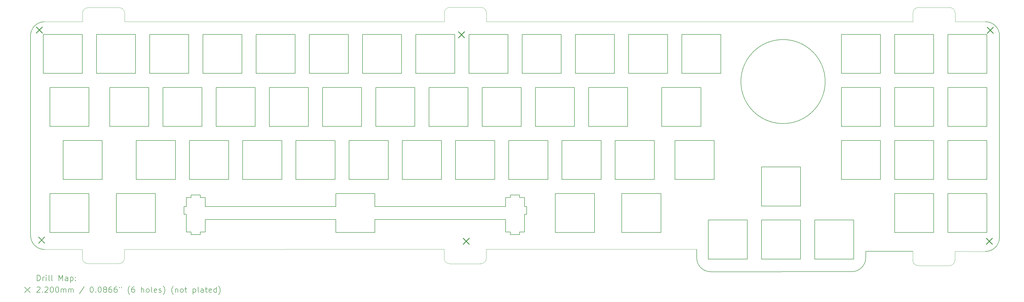
<source format=gbr>
%TF.GenerationSoftware,KiCad,Pcbnew,7.0.1*%
%TF.CreationDate,2023-07-11T18:08:52-07:00*%
%TF.ProjectId,switchplate,73776974-6368-4706-9c61-74652e6b6963,rev?*%
%TF.SameCoordinates,Original*%
%TF.FileFunction,Drillmap*%
%TF.FilePolarity,Positive*%
%FSLAX45Y45*%
G04 Gerber Fmt 4.5, Leading zero omitted, Abs format (unit mm)*
G04 Created by KiCad (PCBNEW 7.0.1) date 2023-07-11 18:08:52*
%MOMM*%
%LPD*%
G01*
G04 APERTURE LIST*
%ADD10C,0.188976*%
%ADD11C,0.200000*%
%ADD12C,0.050000*%
%ADD13C,0.220000*%
G04 APERTURE END LIST*
D10*
X2247600Y-6058901D02*
X847600Y-6058901D01*
X29422598Y-11774001D02*
X29422598Y-13174001D01*
X29422598Y-13174001D02*
X30822598Y-13174001D01*
X31201498Y-5845201D02*
X31220696Y-5879501D01*
X2335100Y-11829000D02*
X2335100Y-11921001D01*
D11*
X20435000Y-13773000D02*
X20435000Y-14082752D01*
D12*
X28177500Y-5606000D02*
X28177500Y-5291000D01*
D10*
X9896299Y-11269001D02*
X11296299Y-11269001D01*
X2752600Y-7459001D02*
X4152600Y-7459001D01*
X11772599Y-7459001D02*
X11772599Y-6058901D01*
X13592599Y-12244000D02*
X8915098Y-12244000D01*
D12*
X-50500Y-14092000D02*
X-50500Y-13784000D01*
X28170000Y-13852000D02*
X28170000Y-14167000D01*
D11*
X-3412189Y-13282979D02*
G75*
G03*
X-2911979Y-13782790I500000J189D01*
G01*
D10*
X30822598Y-9869001D02*
X29422598Y-9869001D01*
X-2993200Y-5612601D02*
X-2954200Y-5608001D01*
X22755096Y-10821501D02*
X22755096Y-12221500D01*
X19183198Y-9364001D02*
X20583198Y-9364001D01*
X14182598Y-7459001D02*
X15582598Y-7459001D01*
X16563798Y-7964001D02*
X16563798Y-9364001D01*
X28917596Y-9869001D02*
X27517596Y-9869001D01*
X2335100Y-13151000D02*
X2335100Y-13249001D01*
X8943699Y-7964001D02*
X8943699Y-9364001D01*
X7991300Y-9869001D02*
X7991300Y-11269001D01*
X-3360500Y-5879501D02*
X-3341300Y-5845201D01*
X2665100Y-11829000D02*
X2335100Y-11829000D01*
X31268997Y-6028201D02*
X31273596Y-6067201D01*
X7486299Y-9869001D02*
X6086299Y-9869001D01*
X4181299Y-11269001D02*
X5581299Y-11269001D01*
X31128698Y-5752901D02*
X31155398Y-5781701D01*
X17754399Y-11774001D02*
X17754399Y-13174001D01*
X13706298Y-9869001D02*
X13706298Y-11269001D01*
D12*
X-1553000Y-5606000D02*
X-1553000Y-5298000D01*
D10*
X-1324300Y-7964001D02*
X-2724300Y-7964001D01*
D12*
X29686500Y-5291000D02*
X29686500Y-5606000D01*
D10*
X22249996Y-12726500D02*
X20850099Y-12726500D01*
X13201298Y-9869001D02*
X11801298Y-9869001D01*
X14658799Y-9364001D02*
X16058799Y-9364001D01*
X1323800Y-9364001D02*
X2723799Y-9364001D01*
X-3268500Y-5752901D02*
X-3239700Y-5726201D01*
X27012597Y-7459001D02*
X27012597Y-6058901D01*
X9896299Y-9869001D02*
X9896299Y-11269001D01*
X15582598Y-6058901D02*
X14182598Y-6058901D01*
X24155096Y-12221500D02*
X24155096Y-10821501D01*
X-3176200Y-5680101D02*
X-3141900Y-5660901D01*
X15106298Y-9869001D02*
X13706298Y-9869001D01*
X6533799Y-7964001D02*
X5133799Y-7964001D01*
X19183198Y-7964001D02*
X19183198Y-9364001D01*
X-343100Y-11774001D02*
X-343100Y-13174001D01*
X8915098Y-12244000D02*
X8915098Y-11774001D01*
X17992599Y-6058901D02*
X17992599Y-7459001D01*
X17516299Y-11269001D02*
X18916299Y-11269001D01*
X14095098Y-11829000D02*
X13765098Y-11829000D01*
X30822598Y-7459001D02*
X30822598Y-6058901D01*
X14095098Y-13151000D02*
X14267599Y-13151000D01*
X4152600Y-6058901D02*
X2752600Y-6058901D01*
X13592599Y-11921001D02*
X13592599Y-12244000D01*
D12*
X11600500Y-5087000D02*
X12709500Y-5087000D01*
D10*
X371300Y-11269001D02*
X1771300Y-11269001D01*
X11801298Y-9869001D02*
X11801298Y-11269001D01*
X19897599Y-7459001D02*
X21297599Y-7459001D01*
X6057599Y-6058901D02*
X4657599Y-6058901D01*
X4657599Y-6058901D02*
X4657599Y-7459001D01*
X26060098Y-12726500D02*
X24660098Y-12726500D01*
X2665100Y-11921001D02*
X2665100Y-11829000D01*
X5581299Y-9869001D02*
X4181299Y-9869001D01*
X20850099Y-14126500D02*
X22249996Y-14126500D01*
X22755096Y-12221500D02*
X24155096Y-12221500D01*
X16563798Y-9364001D02*
X17963798Y-9364001D01*
X7515100Y-12704000D02*
X7515100Y-13174001D01*
X847600Y-7459001D02*
X2247600Y-7459001D01*
X31250698Y-5951901D02*
X31261297Y-5989701D01*
X12753799Y-7964001D02*
X12753799Y-9364001D01*
X11772599Y-6058901D02*
X10372599Y-6058901D01*
X12248799Y-7964001D02*
X10848799Y-7964001D01*
X31237097Y-5915101D02*
X31250698Y-5951901D01*
X27517596Y-9869001D02*
X27517596Y-11269001D01*
X31220696Y-5879501D02*
X31237097Y-5915101D01*
X2335100Y-11921001D02*
X2162600Y-11921001D01*
X29422598Y-7459001D02*
X30822598Y-7459001D01*
D12*
X-1559500Y-13784000D02*
X-2911979Y-13782790D01*
D10*
X18916299Y-9869001D02*
X17516299Y-9869001D01*
X-1324300Y-13174001D02*
X-1324300Y-11774001D01*
D12*
X12902500Y-14096000D02*
X12902500Y-13777000D01*
D10*
X2080000Y-12524001D02*
X2162600Y-12524001D01*
X14153799Y-7964001D02*
X12753799Y-7964001D01*
X27517596Y-7459001D02*
X28917596Y-7459001D01*
X-3106300Y-5644501D02*
X-3069500Y-5630901D01*
D11*
X20935248Y-14582752D02*
X25987248Y-14580248D01*
D10*
X-2724300Y-11774001D02*
X-2724300Y-13174001D01*
X25612597Y-6058901D02*
X25612597Y-7459001D01*
X818800Y-7964001D02*
X-581200Y-7964001D01*
X6562499Y-6058901D02*
X6562499Y-7459001D01*
X28917596Y-7459001D02*
X28917596Y-6058901D01*
X1056900Y-13174001D02*
X1056900Y-11774001D01*
X2723799Y-7964001D02*
X1323800Y-7964001D01*
X-3208800Y-5701901D02*
X-3176200Y-5680101D01*
X14153799Y-9364001D02*
X14153799Y-7964001D01*
X30822598Y-11269001D02*
X30822598Y-9869001D01*
X14350099Y-12524001D02*
X14350099Y-12244000D01*
X-3295200Y-5781701D02*
X-3268500Y-5752901D01*
X-2248100Y-11269001D02*
X-848100Y-11269001D01*
X16058799Y-9364001D02*
X16058799Y-7964001D01*
X5581299Y-11269001D02*
X5581299Y-9869001D01*
X14267599Y-12524001D02*
X14350099Y-12524001D01*
X-343100Y-13174001D02*
X1056900Y-13174001D01*
D12*
X-2914900Y-5606401D02*
X-1553000Y-5606000D01*
D10*
X5133799Y-7964001D02*
X5133799Y-9364001D01*
D12*
X-1559500Y-13784000D02*
X-1559500Y-14092000D01*
D10*
X19659399Y-9869001D02*
X19659399Y-11269001D01*
X3228800Y-7964001D02*
X3228800Y-9364001D01*
D12*
X-1359500Y-14292000D02*
X-250500Y-14292000D01*
D10*
X4152600Y-7459001D02*
X4152600Y-6058901D01*
X30929696Y-5630901D02*
X30966497Y-5644501D01*
X13765098Y-11921001D02*
X13592599Y-11921001D01*
X3228800Y-9364001D02*
X4628800Y-9364001D01*
X-1324300Y-11774001D02*
X-2724300Y-11774001D01*
X31261297Y-5989701D02*
X31268997Y-6028201D01*
X14267599Y-11921001D02*
X14095098Y-11921001D01*
D11*
X31273603Y-13353894D02*
X31275097Y-6106501D01*
D10*
X9391299Y-9869001D02*
X7991300Y-9869001D01*
X31002096Y-5660901D02*
X31036398Y-5680101D01*
D11*
X25987248Y-14580250D02*
G75*
G03*
X26487000Y-14080248I-248J500000D01*
G01*
D10*
X-1562400Y-7459001D02*
X-1562400Y-6058901D01*
X-848100Y-9869001D02*
X-2248100Y-9869001D01*
X6086299Y-9869001D02*
X6086299Y-11269001D01*
D12*
X11393500Y-13777000D02*
X11393500Y-14096000D01*
D10*
X-3069500Y-5630901D02*
X-3031700Y-5620301D01*
X25612597Y-7459001D02*
X27012597Y-7459001D01*
X11296299Y-11269001D02*
X11296299Y-9869001D01*
X9867599Y-7459001D02*
X9867599Y-6058901D01*
X2837599Y-12244000D02*
X2837599Y-11921001D01*
X31099896Y-5726201D02*
X31128698Y-5752901D01*
X16087599Y-6058901D02*
X16087599Y-7459001D01*
X2162600Y-12524001D02*
X2162600Y-13151000D01*
X15611299Y-11269001D02*
X17011299Y-11269001D01*
D12*
X11593500Y-14296000D02*
X12702500Y-14296000D01*
D10*
X28917596Y-13174001D02*
X28917596Y-11774001D01*
X10848799Y-9364001D02*
X12248799Y-9364001D01*
X7962499Y-6058901D02*
X6562499Y-6058901D01*
X-3413400Y-6067201D02*
X-3408800Y-6028201D01*
X21059399Y-11269001D02*
X21059399Y-9869001D01*
X-2962500Y-7459001D02*
X-1562400Y-7459001D01*
X2335100Y-13249001D02*
X2665100Y-13249001D01*
X13706298Y-11269001D02*
X15106298Y-11269001D01*
X11801298Y-11269001D02*
X13201298Y-11269001D01*
D12*
X-1559500Y-14092000D02*
G75*
G03*
X-1359500Y-14292000I200000J0D01*
G01*
D10*
X818800Y-9364001D02*
X818800Y-7964001D01*
X27012597Y-6058901D02*
X25612597Y-6058901D01*
X28917596Y-6058901D02*
X27517596Y-6058901D01*
X5133799Y-9364001D02*
X6533799Y-9364001D01*
X19659399Y-11269001D02*
X21059399Y-11269001D01*
X30775198Y-5606501D02*
X30814398Y-5608001D01*
X4628800Y-7964001D02*
X3228800Y-7964001D01*
X4181299Y-9869001D02*
X4181299Y-11269001D01*
X17516299Y-9869001D02*
X17516299Y-11269001D01*
X29422598Y-11269001D02*
X30822598Y-11269001D01*
X15373199Y-13174001D02*
X16773199Y-13174001D01*
X2162600Y-11921001D02*
X2162600Y-12244000D01*
X22755096Y-12726500D02*
X22755096Y-14126500D01*
X27517596Y-11774001D02*
X27517596Y-13174001D01*
X16773199Y-13174001D02*
X16773199Y-11774001D01*
X22755096Y-14126500D02*
X24155096Y-14126500D01*
D12*
X29479000Y-14367000D02*
G75*
G03*
X29679000Y-14167000I0J200000D01*
G01*
D10*
X15582598Y-7459001D02*
X15582598Y-6058901D01*
X-1057400Y-6058901D02*
X-1057400Y-7459001D01*
X-2724300Y-7964001D02*
X-2724300Y-9364001D01*
X27012597Y-9364001D02*
X27012597Y-7964001D01*
X-3408800Y-6028201D02*
X-3401100Y-5989701D01*
X7515100Y-12244000D02*
X2837599Y-12244000D01*
X2665100Y-13151000D02*
X2837599Y-13151000D01*
D12*
X20435000Y-13773000D02*
X12902500Y-13777000D01*
D10*
X7962499Y-7459001D02*
X7962499Y-6058901D01*
X7991300Y-11269001D02*
X9391299Y-11269001D01*
X30822598Y-9364001D02*
X30822598Y-7964001D01*
X28917596Y-7964001D02*
X27517596Y-7964001D01*
X21297599Y-6058901D02*
X19897599Y-6058901D01*
X15373199Y-11774001D02*
X15373199Y-13174001D01*
X7486299Y-11269001D02*
X7486299Y-9869001D01*
X24155096Y-14126500D02*
X24155096Y-12726500D01*
D12*
X-1353000Y-5098000D02*
X-244000Y-5098000D01*
D10*
X12277598Y-6058901D02*
X12277598Y-7459001D01*
X7515100Y-11774001D02*
X7515100Y-12244000D01*
X342600Y-6058901D02*
X-1057400Y-6058901D01*
X-3341300Y-5845201D02*
X-3319500Y-5812601D01*
D12*
X28170000Y-14167000D02*
G75*
G03*
X28370000Y-14367000I200000J0D01*
G01*
D10*
X31036398Y-5680101D02*
X31068997Y-5701901D01*
X-2724300Y-13174001D02*
X-1324300Y-13174001D01*
X11296299Y-9869001D02*
X9896299Y-9869001D01*
X27517596Y-9364001D02*
X28917596Y-9364001D01*
X7038799Y-9364001D02*
X8438800Y-9364001D01*
X10848799Y-7964001D02*
X10848799Y-9364001D01*
X24155096Y-10821501D02*
X22755096Y-10821501D01*
X27517596Y-7964001D02*
X27517596Y-9364001D01*
X2837599Y-13151000D02*
X2837599Y-12704000D01*
D12*
X11600500Y-5087000D02*
G75*
G03*
X11400500Y-5287000I0J-200000D01*
G01*
D10*
X21059399Y-9869001D02*
X19659399Y-9869001D01*
X10372599Y-6058901D02*
X10372599Y-7459001D01*
X22249996Y-14126500D02*
X22249996Y-12726500D01*
X31155398Y-5781701D02*
X31179696Y-5812601D01*
X847600Y-6058901D02*
X847600Y-7459001D01*
X3676299Y-9869001D02*
X2276300Y-9869001D01*
X19897599Y-6058901D02*
X19897599Y-7459001D01*
X8438800Y-7964001D02*
X7038799Y-7964001D01*
D12*
X29686500Y-5606000D02*
X30775198Y-5606501D01*
D10*
X-1057400Y-7459001D02*
X342600Y-7459001D01*
X-2954200Y-5608001D02*
X-2914900Y-5606401D01*
X12277598Y-7459001D02*
X13677598Y-7459001D01*
X13201298Y-11269001D02*
X13201298Y-9869001D01*
D12*
X-250500Y-14292000D02*
G75*
G03*
X-50500Y-14092000I0J200000D01*
G01*
D10*
X-2724300Y-9364001D02*
X-1324300Y-9364001D01*
X27012597Y-11269001D02*
X27012597Y-9869001D01*
X2752600Y-6058901D02*
X2752600Y-7459001D01*
D12*
X-44000Y-5606000D02*
X11400500Y-5606000D01*
D11*
X26487000Y-13852000D02*
X28170000Y-13852000D01*
D10*
X17992599Y-7459001D02*
X19392599Y-7459001D01*
D12*
X11400500Y-5606000D02*
X11400500Y-5287000D01*
X12909500Y-5287000D02*
X12909500Y-5606000D01*
D10*
X13765098Y-13151000D02*
X13765098Y-13249001D01*
X27517596Y-6058901D02*
X27517596Y-7459001D01*
X342600Y-7459001D02*
X342600Y-6058901D01*
X19392599Y-6058901D02*
X17992599Y-6058901D01*
X17011299Y-11269001D02*
X17011299Y-9869001D01*
X2162600Y-12244000D02*
X2080000Y-12244000D01*
X10343798Y-9364001D02*
X10343798Y-7964001D01*
X4628800Y-9364001D02*
X4628800Y-7964001D01*
X-581200Y-7964001D02*
X-581200Y-9364001D01*
D11*
X-3412189Y-13282979D02*
X-3414900Y-6106501D01*
D12*
X28370000Y-14367000D02*
X29479000Y-14367000D01*
D10*
X13677598Y-6058901D02*
X12277598Y-6058901D01*
X17487599Y-7459001D02*
X17487599Y-6058901D01*
D12*
X-1353000Y-5098000D02*
G75*
G03*
X-1553000Y-5298000I0J-200000D01*
G01*
D10*
X-1324300Y-9364001D02*
X-1324300Y-7964001D01*
X13592599Y-12704000D02*
X13592599Y-13151000D01*
X16773199Y-11774001D02*
X15373199Y-11774001D01*
D11*
X30773394Y-13853793D02*
G75*
G03*
X31273603Y-13353894I206J500003D01*
G01*
D10*
X14658799Y-7964001D02*
X14658799Y-9364001D01*
X14267599Y-13151000D02*
X14267599Y-12524001D01*
X20583198Y-9364001D02*
X20583198Y-7964001D01*
X2665100Y-13249001D02*
X2665100Y-13151000D01*
X19154399Y-11774001D02*
X17754399Y-11774001D01*
X27517596Y-13174001D02*
X28917596Y-13174001D01*
D12*
X12909500Y-5606000D02*
X28177500Y-5606000D01*
D10*
X13592599Y-13151000D02*
X13765098Y-13151000D01*
X2276300Y-11269001D02*
X3676299Y-11269001D01*
X25612597Y-9869001D02*
X25612597Y-11269001D01*
X12753799Y-9364001D02*
X14153799Y-9364001D01*
X27012597Y-9869001D02*
X25612597Y-9869001D01*
X18916299Y-11269001D02*
X18916299Y-9869001D01*
X6562499Y-7459001D02*
X7962499Y-7459001D01*
X-2248100Y-9869001D02*
X-2248100Y-11269001D01*
X17487599Y-6058901D02*
X16087599Y-6058901D01*
X2837599Y-12704000D02*
X7515100Y-12704000D01*
X28917596Y-9364001D02*
X28917596Y-7964001D01*
X16058799Y-7964001D02*
X14658799Y-7964001D01*
X10372599Y-7459001D02*
X11772599Y-7459001D01*
D11*
X25034767Y-7753000D02*
G75*
G03*
X25034767Y-7753000I-1508767J0D01*
G01*
D10*
X-581200Y-9364001D02*
X818800Y-9364001D01*
X15106298Y-11269001D02*
X15106298Y-9869001D01*
X-3141900Y-5660901D02*
X-3106300Y-5644501D01*
X2162600Y-13151000D02*
X2335100Y-13151000D01*
X8438800Y-9364001D02*
X8438800Y-7964001D01*
X25612597Y-7964001D02*
X25612597Y-9364001D01*
X9867599Y-6058901D02*
X8467499Y-6058901D01*
X15611299Y-9869001D02*
X15611299Y-11269001D01*
X7038799Y-7964001D02*
X7038799Y-9364001D01*
X30822598Y-13174001D02*
X30822598Y-11774001D01*
X29422598Y-6058901D02*
X29422598Y-7459001D01*
X24155096Y-12726500D02*
X22755096Y-12726500D01*
D12*
X-44000Y-5606000D02*
X-44000Y-5298000D01*
D10*
X26060098Y-14126500D02*
X26060098Y-12726500D01*
X2247600Y-7459001D02*
X2247600Y-6058901D01*
X12248799Y-9364001D02*
X12248799Y-7964001D01*
X-3390500Y-5951901D02*
X-3376900Y-5915101D01*
X30966497Y-5644501D02*
X31002096Y-5660901D01*
D12*
X11393500Y-14096000D02*
G75*
G03*
X11593500Y-14296000I200000J0D01*
G01*
D10*
X31273596Y-6067201D02*
X31275097Y-6106501D01*
X21297599Y-7459001D02*
X21297599Y-6058901D01*
X-1562400Y-6058901D02*
X-2962500Y-6058901D01*
X371300Y-9869001D02*
X371300Y-11269001D01*
X6533799Y-9364001D02*
X6533799Y-7964001D01*
X28917596Y-11269001D02*
X28917596Y-9869001D01*
X27517596Y-11269001D02*
X28917596Y-11269001D01*
X8915098Y-13174001D02*
X8915098Y-12704000D01*
X29422598Y-7964001D02*
X29422598Y-9364001D01*
D11*
X26487000Y-14080248D02*
X26487000Y-13852000D01*
D10*
X8467499Y-7459001D02*
X9867599Y-7459001D01*
X14182598Y-6058901D02*
X14182598Y-7459001D01*
X2080000Y-12244000D02*
X2080000Y-12524001D01*
X30891897Y-5620301D02*
X30929696Y-5630901D01*
X17963798Y-7964001D02*
X16563798Y-7964001D01*
D12*
X12702500Y-14296000D02*
G75*
G03*
X12902500Y-14096000I0J200000D01*
G01*
D10*
X30822598Y-11774001D02*
X29422598Y-11774001D01*
X1323800Y-7964001D02*
X1323800Y-9364001D01*
X2837599Y-11921001D02*
X2665100Y-11921001D01*
D12*
X30773394Y-13853791D02*
X29679000Y-13852000D01*
X11393500Y-13777000D02*
X-50500Y-13784000D01*
D10*
X14350099Y-12244000D02*
X14267599Y-12244000D01*
X1056900Y-11774001D02*
X-343100Y-11774001D01*
X13765098Y-11829000D02*
X13765098Y-11921001D01*
D11*
X20434998Y-14082752D02*
G75*
G03*
X20935248Y-14582752I500002J2D01*
G01*
D10*
X8915098Y-11774001D02*
X7515100Y-11774001D01*
X30814398Y-5608001D02*
X30853396Y-5612601D01*
X17754399Y-13174001D02*
X19154399Y-13174001D01*
X2723799Y-9364001D02*
X2723799Y-7964001D01*
X17963798Y-9364001D02*
X17963798Y-7964001D01*
X20850099Y-12726500D02*
X20850099Y-14126500D01*
X19392599Y-7459001D02*
X19392599Y-6058901D01*
X30853396Y-5612601D02*
X30891897Y-5620301D01*
X25612597Y-9364001D02*
X27012597Y-9364001D01*
X8915098Y-12704000D02*
X13592599Y-12704000D01*
X14095098Y-11921001D02*
X14095098Y-11829000D01*
X19154399Y-13174001D02*
X19154399Y-11774001D01*
X31068997Y-5701901D02*
X31099896Y-5726201D01*
X-3031700Y-5620301D02*
X-2993200Y-5612601D01*
D12*
X29486500Y-5091000D02*
X28377500Y-5091000D01*
D10*
X30822598Y-6058901D02*
X29422598Y-6058901D01*
X4657599Y-7459001D02*
X6057599Y-7459001D01*
X-3376900Y-5915101D02*
X-3360500Y-5879501D01*
D12*
X29679000Y-14167000D02*
X29679000Y-13852000D01*
D10*
X-2962500Y-6058901D02*
X-2962500Y-7459001D01*
X14267599Y-12244000D02*
X14267599Y-11921001D01*
X6057599Y-7459001D02*
X6057599Y-6058901D01*
X9391299Y-11269001D02*
X9391299Y-9869001D01*
X-3239700Y-5726201D02*
X-3208800Y-5701901D01*
X-3414900Y-6106501D02*
X-3413400Y-6067201D01*
X27012597Y-7964001D02*
X25612597Y-7964001D01*
X16087599Y-7459001D02*
X17487599Y-7459001D01*
X29422598Y-9364001D02*
X30822598Y-9364001D01*
D12*
X-44000Y-5298000D02*
G75*
G03*
X-244000Y-5098000I-200000J0D01*
G01*
D10*
X14095098Y-13249001D02*
X14095098Y-13151000D01*
X8467499Y-6058901D02*
X8467499Y-7459001D01*
X7515100Y-13174001D02*
X8915098Y-13174001D01*
X29422598Y-9869001D02*
X29422598Y-11269001D01*
X-848100Y-11269001D02*
X-848100Y-9869001D01*
X2276300Y-9869001D02*
X2276300Y-11269001D01*
X10343798Y-7964001D02*
X8943699Y-7964001D01*
X13677598Y-7459001D02*
X13677598Y-6058901D01*
X25612597Y-11269001D02*
X27012597Y-11269001D01*
X24660098Y-14126500D02*
X26060098Y-14126500D01*
D12*
X28377500Y-5091000D02*
G75*
G03*
X28177500Y-5291000I0J-200000D01*
G01*
D10*
X13765098Y-13249001D02*
X14095098Y-13249001D01*
X1771300Y-11269001D02*
X1771300Y-9869001D01*
X-3319500Y-5812601D02*
X-3295200Y-5781701D01*
D12*
X29686500Y-5291000D02*
G75*
G03*
X29486500Y-5091000I-200000J0D01*
G01*
X12909500Y-5287000D02*
G75*
G03*
X12709500Y-5087000I-200000J0D01*
G01*
D10*
X17011299Y-9869001D02*
X15611299Y-9869001D01*
X20583198Y-7964001D02*
X19183198Y-7964001D01*
X1771300Y-9869001D02*
X371300Y-9869001D01*
X30822598Y-7964001D02*
X29422598Y-7964001D01*
X8943699Y-9364001D02*
X10343798Y-9364001D01*
X24660098Y-12726500D02*
X24660098Y-14126500D01*
X31179696Y-5812601D02*
X31201498Y-5845201D01*
X-3401100Y-5989701D02*
X-3390500Y-5951901D01*
X6086299Y-11269001D02*
X7486299Y-11269001D01*
X3676299Y-11269001D02*
X3676299Y-9869001D01*
X28917596Y-11774001D02*
X27517596Y-11774001D01*
D11*
D13*
X-3213000Y-5788000D02*
X-2993000Y-6008000D01*
X-2993000Y-5788000D02*
X-3213000Y-6008000D01*
X-3132000Y-13336000D02*
X-2912000Y-13556000D01*
X-2912000Y-13336000D02*
X-3132000Y-13556000D01*
X11900250Y-5955000D02*
X12120250Y-6175000D01*
X12120250Y-5955000D02*
X11900250Y-6175000D01*
X12067000Y-13377000D02*
X12287000Y-13597000D01*
X12287000Y-13377000D02*
X12067000Y-13597000D01*
X30802000Y-13372000D02*
X31022000Y-13592000D01*
X31022000Y-13372000D02*
X30802000Y-13592000D01*
X30835000Y-5797000D02*
X31055000Y-6017000D01*
X31055000Y-5797000D02*
X30835000Y-6017000D01*
D11*
X-3177281Y-14905276D02*
X-3177281Y-14705276D01*
X-3177281Y-14705276D02*
X-3129662Y-14705276D01*
X-3129662Y-14705276D02*
X-3101090Y-14714800D01*
X-3101090Y-14714800D02*
X-3082043Y-14733847D01*
X-3082043Y-14733847D02*
X-3072519Y-14752895D01*
X-3072519Y-14752895D02*
X-3062995Y-14790990D01*
X-3062995Y-14790990D02*
X-3062995Y-14819562D01*
X-3062995Y-14819562D02*
X-3072519Y-14857657D01*
X-3072519Y-14857657D02*
X-3082043Y-14876704D01*
X-3082043Y-14876704D02*
X-3101090Y-14895752D01*
X-3101090Y-14895752D02*
X-3129662Y-14905276D01*
X-3129662Y-14905276D02*
X-3177281Y-14905276D01*
X-2977281Y-14905276D02*
X-2977281Y-14771943D01*
X-2977281Y-14810038D02*
X-2967757Y-14790990D01*
X-2967757Y-14790990D02*
X-2958233Y-14781466D01*
X-2958233Y-14781466D02*
X-2939186Y-14771943D01*
X-2939186Y-14771943D02*
X-2920138Y-14771943D01*
X-2853471Y-14905276D02*
X-2853471Y-14771943D01*
X-2853471Y-14705276D02*
X-2862995Y-14714800D01*
X-2862995Y-14714800D02*
X-2853471Y-14724324D01*
X-2853471Y-14724324D02*
X-2843948Y-14714800D01*
X-2843948Y-14714800D02*
X-2853471Y-14705276D01*
X-2853471Y-14705276D02*
X-2853471Y-14724324D01*
X-2729662Y-14905276D02*
X-2748710Y-14895752D01*
X-2748710Y-14895752D02*
X-2758233Y-14876704D01*
X-2758233Y-14876704D02*
X-2758233Y-14705276D01*
X-2624900Y-14905276D02*
X-2643948Y-14895752D01*
X-2643948Y-14895752D02*
X-2653471Y-14876704D01*
X-2653471Y-14876704D02*
X-2653471Y-14705276D01*
X-2396329Y-14905276D02*
X-2396329Y-14705276D01*
X-2396329Y-14705276D02*
X-2329662Y-14848133D01*
X-2329662Y-14848133D02*
X-2262995Y-14705276D01*
X-2262995Y-14705276D02*
X-2262995Y-14905276D01*
X-2082043Y-14905276D02*
X-2082043Y-14800514D01*
X-2082043Y-14800514D02*
X-2091567Y-14781466D01*
X-2091567Y-14781466D02*
X-2110614Y-14771943D01*
X-2110614Y-14771943D02*
X-2148710Y-14771943D01*
X-2148710Y-14771943D02*
X-2167757Y-14781466D01*
X-2082043Y-14895752D02*
X-2101090Y-14905276D01*
X-2101090Y-14905276D02*
X-2148710Y-14905276D01*
X-2148710Y-14905276D02*
X-2167757Y-14895752D01*
X-2167757Y-14895752D02*
X-2177281Y-14876704D01*
X-2177281Y-14876704D02*
X-2177281Y-14857657D01*
X-2177281Y-14857657D02*
X-2167757Y-14838609D01*
X-2167757Y-14838609D02*
X-2148710Y-14829085D01*
X-2148710Y-14829085D02*
X-2101090Y-14829085D01*
X-2101090Y-14829085D02*
X-2082043Y-14819562D01*
X-1986805Y-14771943D02*
X-1986805Y-14971943D01*
X-1986805Y-14781466D02*
X-1967757Y-14771943D01*
X-1967757Y-14771943D02*
X-1929662Y-14771943D01*
X-1929662Y-14771943D02*
X-1910614Y-14781466D01*
X-1910614Y-14781466D02*
X-1901090Y-14790990D01*
X-1901090Y-14790990D02*
X-1891567Y-14810038D01*
X-1891567Y-14810038D02*
X-1891567Y-14867181D01*
X-1891567Y-14867181D02*
X-1901090Y-14886228D01*
X-1901090Y-14886228D02*
X-1910614Y-14895752D01*
X-1910614Y-14895752D02*
X-1929662Y-14905276D01*
X-1929662Y-14905276D02*
X-1967757Y-14905276D01*
X-1967757Y-14905276D02*
X-1986805Y-14895752D01*
X-1805852Y-14886228D02*
X-1796328Y-14895752D01*
X-1796328Y-14895752D02*
X-1805852Y-14905276D01*
X-1805852Y-14905276D02*
X-1815376Y-14895752D01*
X-1815376Y-14895752D02*
X-1805852Y-14886228D01*
X-1805852Y-14886228D02*
X-1805852Y-14905276D01*
X-1805852Y-14781466D02*
X-1796328Y-14790990D01*
X-1796328Y-14790990D02*
X-1805852Y-14800514D01*
X-1805852Y-14800514D02*
X-1815376Y-14790990D01*
X-1815376Y-14790990D02*
X-1805852Y-14781466D01*
X-1805852Y-14781466D02*
X-1805852Y-14800514D01*
X-3624900Y-15132752D02*
X-3424900Y-15332752D01*
X-3424900Y-15132752D02*
X-3624900Y-15332752D01*
X-3186805Y-15144324D02*
X-3177281Y-15134800D01*
X-3177281Y-15134800D02*
X-3158233Y-15125276D01*
X-3158233Y-15125276D02*
X-3110614Y-15125276D01*
X-3110614Y-15125276D02*
X-3091567Y-15134800D01*
X-3091567Y-15134800D02*
X-3082043Y-15144324D01*
X-3082043Y-15144324D02*
X-3072519Y-15163371D01*
X-3072519Y-15163371D02*
X-3072519Y-15182419D01*
X-3072519Y-15182419D02*
X-3082043Y-15210990D01*
X-3082043Y-15210990D02*
X-3196328Y-15325276D01*
X-3196328Y-15325276D02*
X-3072519Y-15325276D01*
X-2986805Y-15306228D02*
X-2977281Y-15315752D01*
X-2977281Y-15315752D02*
X-2986805Y-15325276D01*
X-2986805Y-15325276D02*
X-2996328Y-15315752D01*
X-2996328Y-15315752D02*
X-2986805Y-15306228D01*
X-2986805Y-15306228D02*
X-2986805Y-15325276D01*
X-2901090Y-15144324D02*
X-2891567Y-15134800D01*
X-2891567Y-15134800D02*
X-2872519Y-15125276D01*
X-2872519Y-15125276D02*
X-2824900Y-15125276D01*
X-2824900Y-15125276D02*
X-2805852Y-15134800D01*
X-2805852Y-15134800D02*
X-2796328Y-15144324D01*
X-2796328Y-15144324D02*
X-2786805Y-15163371D01*
X-2786805Y-15163371D02*
X-2786805Y-15182419D01*
X-2786805Y-15182419D02*
X-2796328Y-15210990D01*
X-2796328Y-15210990D02*
X-2910614Y-15325276D01*
X-2910614Y-15325276D02*
X-2786805Y-15325276D01*
X-2662995Y-15125276D02*
X-2643948Y-15125276D01*
X-2643948Y-15125276D02*
X-2624900Y-15134800D01*
X-2624900Y-15134800D02*
X-2615376Y-15144324D01*
X-2615376Y-15144324D02*
X-2605852Y-15163371D01*
X-2605852Y-15163371D02*
X-2596329Y-15201466D01*
X-2596329Y-15201466D02*
X-2596329Y-15249085D01*
X-2596329Y-15249085D02*
X-2605852Y-15287181D01*
X-2605852Y-15287181D02*
X-2615376Y-15306228D01*
X-2615376Y-15306228D02*
X-2624900Y-15315752D01*
X-2624900Y-15315752D02*
X-2643948Y-15325276D01*
X-2643948Y-15325276D02*
X-2662995Y-15325276D01*
X-2662995Y-15325276D02*
X-2682043Y-15315752D01*
X-2682043Y-15315752D02*
X-2691567Y-15306228D01*
X-2691567Y-15306228D02*
X-2701090Y-15287181D01*
X-2701090Y-15287181D02*
X-2710614Y-15249085D01*
X-2710614Y-15249085D02*
X-2710614Y-15201466D01*
X-2710614Y-15201466D02*
X-2701090Y-15163371D01*
X-2701090Y-15163371D02*
X-2691567Y-15144324D01*
X-2691567Y-15144324D02*
X-2682043Y-15134800D01*
X-2682043Y-15134800D02*
X-2662995Y-15125276D01*
X-2472519Y-15125276D02*
X-2453471Y-15125276D01*
X-2453471Y-15125276D02*
X-2434424Y-15134800D01*
X-2434424Y-15134800D02*
X-2424900Y-15144324D01*
X-2424900Y-15144324D02*
X-2415376Y-15163371D01*
X-2415376Y-15163371D02*
X-2405852Y-15201466D01*
X-2405852Y-15201466D02*
X-2405852Y-15249085D01*
X-2405852Y-15249085D02*
X-2415376Y-15287181D01*
X-2415376Y-15287181D02*
X-2424900Y-15306228D01*
X-2424900Y-15306228D02*
X-2434424Y-15315752D01*
X-2434424Y-15315752D02*
X-2453471Y-15325276D01*
X-2453471Y-15325276D02*
X-2472519Y-15325276D01*
X-2472519Y-15325276D02*
X-2491567Y-15315752D01*
X-2491567Y-15315752D02*
X-2501090Y-15306228D01*
X-2501090Y-15306228D02*
X-2510614Y-15287181D01*
X-2510614Y-15287181D02*
X-2520138Y-15249085D01*
X-2520138Y-15249085D02*
X-2520138Y-15201466D01*
X-2520138Y-15201466D02*
X-2510614Y-15163371D01*
X-2510614Y-15163371D02*
X-2501090Y-15144324D01*
X-2501090Y-15144324D02*
X-2491567Y-15134800D01*
X-2491567Y-15134800D02*
X-2472519Y-15125276D01*
X-2320138Y-15325276D02*
X-2320138Y-15191943D01*
X-2320138Y-15210990D02*
X-2310614Y-15201466D01*
X-2310614Y-15201466D02*
X-2291567Y-15191943D01*
X-2291567Y-15191943D02*
X-2262995Y-15191943D01*
X-2262995Y-15191943D02*
X-2243948Y-15201466D01*
X-2243948Y-15201466D02*
X-2234424Y-15220514D01*
X-2234424Y-15220514D02*
X-2234424Y-15325276D01*
X-2234424Y-15220514D02*
X-2224900Y-15201466D01*
X-2224900Y-15201466D02*
X-2205852Y-15191943D01*
X-2205852Y-15191943D02*
X-2177281Y-15191943D01*
X-2177281Y-15191943D02*
X-2158233Y-15201466D01*
X-2158233Y-15201466D02*
X-2148709Y-15220514D01*
X-2148709Y-15220514D02*
X-2148709Y-15325276D01*
X-2053471Y-15325276D02*
X-2053471Y-15191943D01*
X-2053471Y-15210990D02*
X-2043947Y-15201466D01*
X-2043947Y-15201466D02*
X-2024900Y-15191943D01*
X-2024900Y-15191943D02*
X-1996328Y-15191943D01*
X-1996328Y-15191943D02*
X-1977281Y-15201466D01*
X-1977281Y-15201466D02*
X-1967757Y-15220514D01*
X-1967757Y-15220514D02*
X-1967757Y-15325276D01*
X-1967757Y-15220514D02*
X-1958233Y-15201466D01*
X-1958233Y-15201466D02*
X-1939186Y-15191943D01*
X-1939186Y-15191943D02*
X-1910614Y-15191943D01*
X-1910614Y-15191943D02*
X-1891566Y-15201466D01*
X-1891566Y-15201466D02*
X-1882043Y-15220514D01*
X-1882043Y-15220514D02*
X-1882043Y-15325276D01*
X-1491566Y-15115752D02*
X-1662995Y-15372895D01*
X-1234424Y-15125276D02*
X-1215376Y-15125276D01*
X-1215376Y-15125276D02*
X-1196328Y-15134800D01*
X-1196328Y-15134800D02*
X-1186805Y-15144324D01*
X-1186805Y-15144324D02*
X-1177281Y-15163371D01*
X-1177281Y-15163371D02*
X-1167757Y-15201466D01*
X-1167757Y-15201466D02*
X-1167757Y-15249085D01*
X-1167757Y-15249085D02*
X-1177281Y-15287181D01*
X-1177281Y-15287181D02*
X-1186805Y-15306228D01*
X-1186805Y-15306228D02*
X-1196328Y-15315752D01*
X-1196328Y-15315752D02*
X-1215376Y-15325276D01*
X-1215376Y-15325276D02*
X-1234424Y-15325276D01*
X-1234424Y-15325276D02*
X-1253471Y-15315752D01*
X-1253471Y-15315752D02*
X-1262995Y-15306228D01*
X-1262995Y-15306228D02*
X-1272519Y-15287181D01*
X-1272519Y-15287181D02*
X-1282043Y-15249085D01*
X-1282043Y-15249085D02*
X-1282043Y-15201466D01*
X-1282043Y-15201466D02*
X-1272519Y-15163371D01*
X-1272519Y-15163371D02*
X-1262995Y-15144324D01*
X-1262995Y-15144324D02*
X-1253471Y-15134800D01*
X-1253471Y-15134800D02*
X-1234424Y-15125276D01*
X-1082043Y-15306228D02*
X-1072519Y-15315752D01*
X-1072519Y-15315752D02*
X-1082043Y-15325276D01*
X-1082043Y-15325276D02*
X-1091566Y-15315752D01*
X-1091566Y-15315752D02*
X-1082043Y-15306228D01*
X-1082043Y-15306228D02*
X-1082043Y-15325276D01*
X-948709Y-15125276D02*
X-929662Y-15125276D01*
X-929662Y-15125276D02*
X-910614Y-15134800D01*
X-910614Y-15134800D02*
X-901090Y-15144324D01*
X-901090Y-15144324D02*
X-891566Y-15163371D01*
X-891566Y-15163371D02*
X-882043Y-15201466D01*
X-882043Y-15201466D02*
X-882043Y-15249085D01*
X-882043Y-15249085D02*
X-891566Y-15287181D01*
X-891566Y-15287181D02*
X-901090Y-15306228D01*
X-901090Y-15306228D02*
X-910614Y-15315752D01*
X-910614Y-15315752D02*
X-929662Y-15325276D01*
X-929662Y-15325276D02*
X-948709Y-15325276D01*
X-948709Y-15325276D02*
X-967757Y-15315752D01*
X-967757Y-15315752D02*
X-977281Y-15306228D01*
X-977281Y-15306228D02*
X-986804Y-15287181D01*
X-986804Y-15287181D02*
X-996328Y-15249085D01*
X-996328Y-15249085D02*
X-996328Y-15201466D01*
X-996328Y-15201466D02*
X-986804Y-15163371D01*
X-986804Y-15163371D02*
X-977281Y-15144324D01*
X-977281Y-15144324D02*
X-967757Y-15134800D01*
X-967757Y-15134800D02*
X-948709Y-15125276D01*
X-767757Y-15210990D02*
X-786804Y-15201466D01*
X-786804Y-15201466D02*
X-796328Y-15191943D01*
X-796328Y-15191943D02*
X-805852Y-15172895D01*
X-805852Y-15172895D02*
X-805852Y-15163371D01*
X-805852Y-15163371D02*
X-796328Y-15144324D01*
X-796328Y-15144324D02*
X-786804Y-15134800D01*
X-786804Y-15134800D02*
X-767757Y-15125276D01*
X-767757Y-15125276D02*
X-729662Y-15125276D01*
X-729662Y-15125276D02*
X-710614Y-15134800D01*
X-710614Y-15134800D02*
X-701090Y-15144324D01*
X-701090Y-15144324D02*
X-691566Y-15163371D01*
X-691566Y-15163371D02*
X-691566Y-15172895D01*
X-691566Y-15172895D02*
X-701090Y-15191943D01*
X-701090Y-15191943D02*
X-710614Y-15201466D01*
X-710614Y-15201466D02*
X-729662Y-15210990D01*
X-729662Y-15210990D02*
X-767757Y-15210990D01*
X-767757Y-15210990D02*
X-786804Y-15220514D01*
X-786804Y-15220514D02*
X-796328Y-15230038D01*
X-796328Y-15230038D02*
X-805852Y-15249085D01*
X-805852Y-15249085D02*
X-805852Y-15287181D01*
X-805852Y-15287181D02*
X-796328Y-15306228D01*
X-796328Y-15306228D02*
X-786804Y-15315752D01*
X-786804Y-15315752D02*
X-767757Y-15325276D01*
X-767757Y-15325276D02*
X-729662Y-15325276D01*
X-729662Y-15325276D02*
X-710614Y-15315752D01*
X-710614Y-15315752D02*
X-701090Y-15306228D01*
X-701090Y-15306228D02*
X-691566Y-15287181D01*
X-691566Y-15287181D02*
X-691566Y-15249085D01*
X-691566Y-15249085D02*
X-701090Y-15230038D01*
X-701090Y-15230038D02*
X-710614Y-15220514D01*
X-710614Y-15220514D02*
X-729662Y-15210990D01*
X-520138Y-15125276D02*
X-558233Y-15125276D01*
X-558233Y-15125276D02*
X-577281Y-15134800D01*
X-577281Y-15134800D02*
X-586805Y-15144324D01*
X-586805Y-15144324D02*
X-605852Y-15172895D01*
X-605852Y-15172895D02*
X-615376Y-15210990D01*
X-615376Y-15210990D02*
X-615376Y-15287181D01*
X-615376Y-15287181D02*
X-605852Y-15306228D01*
X-605852Y-15306228D02*
X-596328Y-15315752D01*
X-596328Y-15315752D02*
X-577281Y-15325276D01*
X-577281Y-15325276D02*
X-539185Y-15325276D01*
X-539185Y-15325276D02*
X-520138Y-15315752D01*
X-520138Y-15315752D02*
X-510614Y-15306228D01*
X-510614Y-15306228D02*
X-501090Y-15287181D01*
X-501090Y-15287181D02*
X-501090Y-15239562D01*
X-501090Y-15239562D02*
X-510614Y-15220514D01*
X-510614Y-15220514D02*
X-520138Y-15210990D01*
X-520138Y-15210990D02*
X-539185Y-15201466D01*
X-539185Y-15201466D02*
X-577281Y-15201466D01*
X-577281Y-15201466D02*
X-596328Y-15210990D01*
X-596328Y-15210990D02*
X-605852Y-15220514D01*
X-605852Y-15220514D02*
X-615376Y-15239562D01*
X-329662Y-15125276D02*
X-367757Y-15125276D01*
X-367757Y-15125276D02*
X-386804Y-15134800D01*
X-386804Y-15134800D02*
X-396328Y-15144324D01*
X-396328Y-15144324D02*
X-415376Y-15172895D01*
X-415376Y-15172895D02*
X-424900Y-15210990D01*
X-424900Y-15210990D02*
X-424900Y-15287181D01*
X-424900Y-15287181D02*
X-415376Y-15306228D01*
X-415376Y-15306228D02*
X-405852Y-15315752D01*
X-405852Y-15315752D02*
X-386804Y-15325276D01*
X-386804Y-15325276D02*
X-348709Y-15325276D01*
X-348709Y-15325276D02*
X-329662Y-15315752D01*
X-329662Y-15315752D02*
X-320138Y-15306228D01*
X-320138Y-15306228D02*
X-310614Y-15287181D01*
X-310614Y-15287181D02*
X-310614Y-15239562D01*
X-310614Y-15239562D02*
X-320138Y-15220514D01*
X-320138Y-15220514D02*
X-329662Y-15210990D01*
X-329662Y-15210990D02*
X-348709Y-15201466D01*
X-348709Y-15201466D02*
X-386804Y-15201466D01*
X-386804Y-15201466D02*
X-405852Y-15210990D01*
X-405852Y-15210990D02*
X-415376Y-15220514D01*
X-415376Y-15220514D02*
X-424900Y-15239562D01*
X-234423Y-15125276D02*
X-234423Y-15163371D01*
X-158233Y-15125276D02*
X-158233Y-15163371D01*
X137005Y-15401466D02*
X127481Y-15391943D01*
X127481Y-15391943D02*
X108434Y-15363371D01*
X108434Y-15363371D02*
X98910Y-15344324D01*
X98910Y-15344324D02*
X89386Y-15315752D01*
X89386Y-15315752D02*
X79862Y-15268133D01*
X79862Y-15268133D02*
X79862Y-15230038D01*
X79862Y-15230038D02*
X89386Y-15182419D01*
X89386Y-15182419D02*
X98910Y-15153847D01*
X98910Y-15153847D02*
X108434Y-15134800D01*
X108434Y-15134800D02*
X127481Y-15106228D01*
X127481Y-15106228D02*
X137005Y-15096704D01*
X298910Y-15125276D02*
X260814Y-15125276D01*
X260814Y-15125276D02*
X241767Y-15134800D01*
X241767Y-15134800D02*
X232243Y-15144324D01*
X232243Y-15144324D02*
X213195Y-15172895D01*
X213195Y-15172895D02*
X203672Y-15210990D01*
X203672Y-15210990D02*
X203672Y-15287181D01*
X203672Y-15287181D02*
X213195Y-15306228D01*
X213195Y-15306228D02*
X222719Y-15315752D01*
X222719Y-15315752D02*
X241767Y-15325276D01*
X241767Y-15325276D02*
X279862Y-15325276D01*
X279862Y-15325276D02*
X298910Y-15315752D01*
X298910Y-15315752D02*
X308434Y-15306228D01*
X308434Y-15306228D02*
X317957Y-15287181D01*
X317957Y-15287181D02*
X317957Y-15239562D01*
X317957Y-15239562D02*
X308434Y-15220514D01*
X308434Y-15220514D02*
X298910Y-15210990D01*
X298910Y-15210990D02*
X279862Y-15201466D01*
X279862Y-15201466D02*
X241767Y-15201466D01*
X241767Y-15201466D02*
X222719Y-15210990D01*
X222719Y-15210990D02*
X213195Y-15220514D01*
X213195Y-15220514D02*
X203672Y-15239562D01*
X556053Y-15325276D02*
X556053Y-15125276D01*
X641767Y-15325276D02*
X641767Y-15220514D01*
X641767Y-15220514D02*
X632243Y-15201466D01*
X632243Y-15201466D02*
X613196Y-15191943D01*
X613196Y-15191943D02*
X584624Y-15191943D01*
X584624Y-15191943D02*
X565577Y-15201466D01*
X565577Y-15201466D02*
X556053Y-15210990D01*
X765576Y-15325276D02*
X746529Y-15315752D01*
X746529Y-15315752D02*
X737005Y-15306228D01*
X737005Y-15306228D02*
X727481Y-15287181D01*
X727481Y-15287181D02*
X727481Y-15230038D01*
X727481Y-15230038D02*
X737005Y-15210990D01*
X737005Y-15210990D02*
X746529Y-15201466D01*
X746529Y-15201466D02*
X765576Y-15191943D01*
X765576Y-15191943D02*
X794148Y-15191943D01*
X794148Y-15191943D02*
X813196Y-15201466D01*
X813196Y-15201466D02*
X822719Y-15210990D01*
X822719Y-15210990D02*
X832243Y-15230038D01*
X832243Y-15230038D02*
X832243Y-15287181D01*
X832243Y-15287181D02*
X822719Y-15306228D01*
X822719Y-15306228D02*
X813196Y-15315752D01*
X813196Y-15315752D02*
X794148Y-15325276D01*
X794148Y-15325276D02*
X765576Y-15325276D01*
X946529Y-15325276D02*
X927481Y-15315752D01*
X927481Y-15315752D02*
X917957Y-15296704D01*
X917957Y-15296704D02*
X917957Y-15125276D01*
X1098910Y-15315752D02*
X1079862Y-15325276D01*
X1079862Y-15325276D02*
X1041767Y-15325276D01*
X1041767Y-15325276D02*
X1022719Y-15315752D01*
X1022719Y-15315752D02*
X1013196Y-15296704D01*
X1013196Y-15296704D02*
X1013196Y-15220514D01*
X1013196Y-15220514D02*
X1022719Y-15201466D01*
X1022719Y-15201466D02*
X1041767Y-15191943D01*
X1041767Y-15191943D02*
X1079862Y-15191943D01*
X1079862Y-15191943D02*
X1098910Y-15201466D01*
X1098910Y-15201466D02*
X1108434Y-15220514D01*
X1108434Y-15220514D02*
X1108434Y-15239562D01*
X1108434Y-15239562D02*
X1013196Y-15258609D01*
X1184624Y-15315752D02*
X1203672Y-15325276D01*
X1203672Y-15325276D02*
X1241767Y-15325276D01*
X1241767Y-15325276D02*
X1260815Y-15315752D01*
X1260815Y-15315752D02*
X1270339Y-15296704D01*
X1270339Y-15296704D02*
X1270339Y-15287181D01*
X1270339Y-15287181D02*
X1260815Y-15268133D01*
X1260815Y-15268133D02*
X1241767Y-15258609D01*
X1241767Y-15258609D02*
X1213196Y-15258609D01*
X1213196Y-15258609D02*
X1194148Y-15249085D01*
X1194148Y-15249085D02*
X1184624Y-15230038D01*
X1184624Y-15230038D02*
X1184624Y-15220514D01*
X1184624Y-15220514D02*
X1194148Y-15201466D01*
X1194148Y-15201466D02*
X1213196Y-15191943D01*
X1213196Y-15191943D02*
X1241767Y-15191943D01*
X1241767Y-15191943D02*
X1260815Y-15201466D01*
X1337005Y-15401466D02*
X1346529Y-15391943D01*
X1346529Y-15391943D02*
X1365577Y-15363371D01*
X1365577Y-15363371D02*
X1375100Y-15344324D01*
X1375100Y-15344324D02*
X1384624Y-15315752D01*
X1384624Y-15315752D02*
X1394148Y-15268133D01*
X1394148Y-15268133D02*
X1394148Y-15230038D01*
X1394148Y-15230038D02*
X1384624Y-15182419D01*
X1384624Y-15182419D02*
X1375100Y-15153847D01*
X1375100Y-15153847D02*
X1365577Y-15134800D01*
X1365577Y-15134800D02*
X1346529Y-15106228D01*
X1346529Y-15106228D02*
X1337005Y-15096704D01*
X1698910Y-15401466D02*
X1689386Y-15391943D01*
X1689386Y-15391943D02*
X1670338Y-15363371D01*
X1670338Y-15363371D02*
X1660815Y-15344324D01*
X1660815Y-15344324D02*
X1651291Y-15315752D01*
X1651291Y-15315752D02*
X1641767Y-15268133D01*
X1641767Y-15268133D02*
X1641767Y-15230038D01*
X1641767Y-15230038D02*
X1651291Y-15182419D01*
X1651291Y-15182419D02*
X1660815Y-15153847D01*
X1660815Y-15153847D02*
X1670338Y-15134800D01*
X1670338Y-15134800D02*
X1689386Y-15106228D01*
X1689386Y-15106228D02*
X1698910Y-15096704D01*
X1775100Y-15191943D02*
X1775100Y-15325276D01*
X1775100Y-15210990D02*
X1784624Y-15201466D01*
X1784624Y-15201466D02*
X1803672Y-15191943D01*
X1803672Y-15191943D02*
X1832243Y-15191943D01*
X1832243Y-15191943D02*
X1851291Y-15201466D01*
X1851291Y-15201466D02*
X1860815Y-15220514D01*
X1860815Y-15220514D02*
X1860815Y-15325276D01*
X1984624Y-15325276D02*
X1965577Y-15315752D01*
X1965577Y-15315752D02*
X1956053Y-15306228D01*
X1956053Y-15306228D02*
X1946529Y-15287181D01*
X1946529Y-15287181D02*
X1946529Y-15230038D01*
X1946529Y-15230038D02*
X1956053Y-15210990D01*
X1956053Y-15210990D02*
X1965577Y-15201466D01*
X1965577Y-15201466D02*
X1984624Y-15191943D01*
X1984624Y-15191943D02*
X2013196Y-15191943D01*
X2013196Y-15191943D02*
X2032243Y-15201466D01*
X2032243Y-15201466D02*
X2041767Y-15210990D01*
X2041767Y-15210990D02*
X2051291Y-15230038D01*
X2051291Y-15230038D02*
X2051291Y-15287181D01*
X2051291Y-15287181D02*
X2041767Y-15306228D01*
X2041767Y-15306228D02*
X2032243Y-15315752D01*
X2032243Y-15315752D02*
X2013196Y-15325276D01*
X2013196Y-15325276D02*
X1984624Y-15325276D01*
X2108434Y-15191943D02*
X2184624Y-15191943D01*
X2137005Y-15125276D02*
X2137005Y-15296704D01*
X2137005Y-15296704D02*
X2146529Y-15315752D01*
X2146529Y-15315752D02*
X2165577Y-15325276D01*
X2165577Y-15325276D02*
X2184624Y-15325276D01*
X2403672Y-15191943D02*
X2403672Y-15391943D01*
X2403672Y-15201466D02*
X2422720Y-15191943D01*
X2422720Y-15191943D02*
X2460815Y-15191943D01*
X2460815Y-15191943D02*
X2479862Y-15201466D01*
X2479862Y-15201466D02*
X2489386Y-15210990D01*
X2489386Y-15210990D02*
X2498910Y-15230038D01*
X2498910Y-15230038D02*
X2498910Y-15287181D01*
X2498910Y-15287181D02*
X2489386Y-15306228D01*
X2489386Y-15306228D02*
X2479862Y-15315752D01*
X2479862Y-15315752D02*
X2460815Y-15325276D01*
X2460815Y-15325276D02*
X2422720Y-15325276D01*
X2422720Y-15325276D02*
X2403672Y-15315752D01*
X2613196Y-15325276D02*
X2594148Y-15315752D01*
X2594148Y-15315752D02*
X2584624Y-15296704D01*
X2584624Y-15296704D02*
X2584624Y-15125276D01*
X2775101Y-15325276D02*
X2775101Y-15220514D01*
X2775101Y-15220514D02*
X2765577Y-15201466D01*
X2765577Y-15201466D02*
X2746529Y-15191943D01*
X2746529Y-15191943D02*
X2708434Y-15191943D01*
X2708434Y-15191943D02*
X2689386Y-15201466D01*
X2775101Y-15315752D02*
X2756053Y-15325276D01*
X2756053Y-15325276D02*
X2708434Y-15325276D01*
X2708434Y-15325276D02*
X2689386Y-15315752D01*
X2689386Y-15315752D02*
X2679862Y-15296704D01*
X2679862Y-15296704D02*
X2679862Y-15277657D01*
X2679862Y-15277657D02*
X2689386Y-15258609D01*
X2689386Y-15258609D02*
X2708434Y-15249085D01*
X2708434Y-15249085D02*
X2756053Y-15249085D01*
X2756053Y-15249085D02*
X2775101Y-15239562D01*
X2841767Y-15191943D02*
X2917958Y-15191943D01*
X2870339Y-15125276D02*
X2870339Y-15296704D01*
X2870339Y-15296704D02*
X2879862Y-15315752D01*
X2879862Y-15315752D02*
X2898910Y-15325276D01*
X2898910Y-15325276D02*
X2917958Y-15325276D01*
X3060815Y-15315752D02*
X3041767Y-15325276D01*
X3041767Y-15325276D02*
X3003672Y-15325276D01*
X3003672Y-15325276D02*
X2984624Y-15315752D01*
X2984624Y-15315752D02*
X2975100Y-15296704D01*
X2975100Y-15296704D02*
X2975100Y-15220514D01*
X2975100Y-15220514D02*
X2984624Y-15201466D01*
X2984624Y-15201466D02*
X3003672Y-15191943D01*
X3003672Y-15191943D02*
X3041767Y-15191943D01*
X3041767Y-15191943D02*
X3060815Y-15201466D01*
X3060815Y-15201466D02*
X3070339Y-15220514D01*
X3070339Y-15220514D02*
X3070339Y-15239562D01*
X3070339Y-15239562D02*
X2975100Y-15258609D01*
X3241767Y-15325276D02*
X3241767Y-15125276D01*
X3241767Y-15315752D02*
X3222720Y-15325276D01*
X3222720Y-15325276D02*
X3184624Y-15325276D01*
X3184624Y-15325276D02*
X3165577Y-15315752D01*
X3165577Y-15315752D02*
X3156053Y-15306228D01*
X3156053Y-15306228D02*
X3146529Y-15287181D01*
X3146529Y-15287181D02*
X3146529Y-15230038D01*
X3146529Y-15230038D02*
X3156053Y-15210990D01*
X3156053Y-15210990D02*
X3165577Y-15201466D01*
X3165577Y-15201466D02*
X3184624Y-15191943D01*
X3184624Y-15191943D02*
X3222720Y-15191943D01*
X3222720Y-15191943D02*
X3241767Y-15201466D01*
X3317958Y-15401466D02*
X3327481Y-15391943D01*
X3327481Y-15391943D02*
X3346529Y-15363371D01*
X3346529Y-15363371D02*
X3356053Y-15344324D01*
X3356053Y-15344324D02*
X3365577Y-15315752D01*
X3365577Y-15315752D02*
X3375100Y-15268133D01*
X3375100Y-15268133D02*
X3375100Y-15230038D01*
X3375100Y-15230038D02*
X3365577Y-15182419D01*
X3365577Y-15182419D02*
X3356053Y-15153847D01*
X3356053Y-15153847D02*
X3346529Y-15134800D01*
X3346529Y-15134800D02*
X3327481Y-15106228D01*
X3327481Y-15106228D02*
X3317958Y-15096704D01*
M02*

</source>
